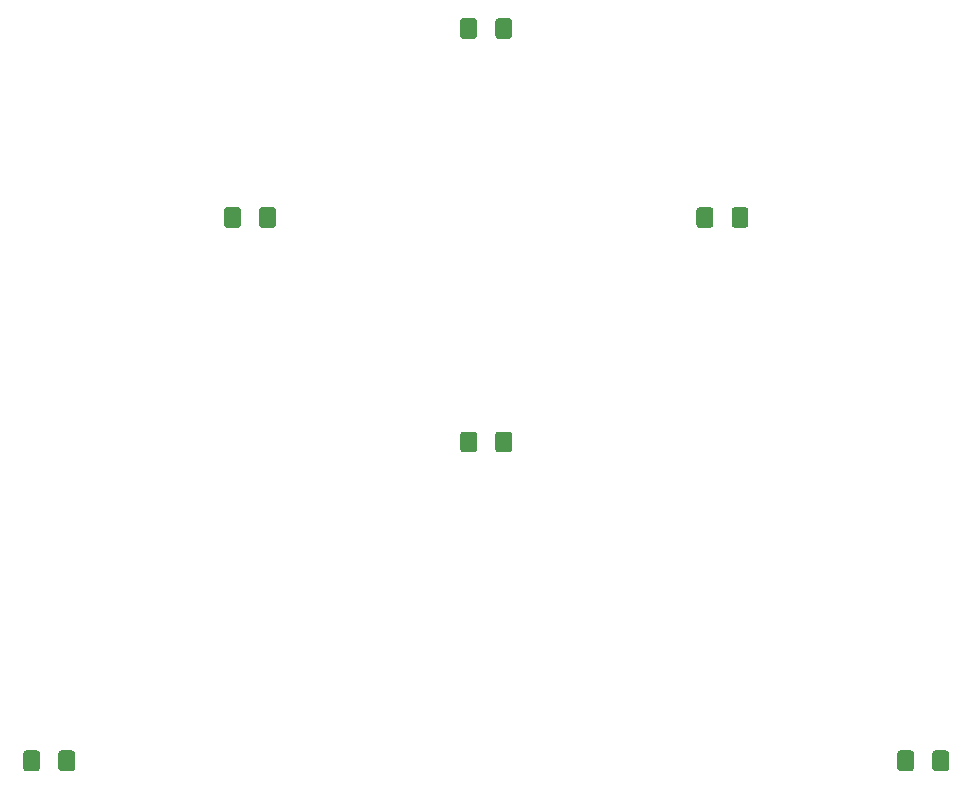
<source format=gbp>
G04 #@! TF.GenerationSoftware,KiCad,Pcbnew,7.0.2.1-36-g582732918d-dirty-deb11*
G04 #@! TF.CreationDate,2024-01-19T22:57:27+00:00*
G04 #@! TF.ProjectId,baumsatz,6261756d-7361-4747-9a2e-6b696361645f,rev?*
G04 #@! TF.SameCoordinates,Original*
G04 #@! TF.FileFunction,Paste,Bot*
G04 #@! TF.FilePolarity,Positive*
%FSLAX46Y46*%
G04 Gerber Fmt 4.6, Leading zero omitted, Abs format (unit mm)*
G04 Created by KiCad (PCBNEW 7.0.2.1-36-g582732918d-dirty-deb11) date 2024-01-19 22:57:27*
%MOMM*%
%LPD*%
G01*
G04 APERTURE LIST*
G04 APERTURE END LIST*
G36*
G01*
X-39200000Y-77624999D02*
X-39200000Y-76375001D01*
G75*
G02*
X-38949999Y-76125000I250001J0D01*
G01*
X-38025001Y-76125000D01*
G75*
G02*
X-37775000Y-76375001I0J-250001D01*
G01*
X-37775000Y-77624999D01*
G75*
G02*
X-38025001Y-77875000I-250001J0D01*
G01*
X-38949999Y-77875000D01*
G75*
G02*
X-39200000Y-77624999I0J250001D01*
G01*
G37*
G36*
G01*
X-36225000Y-77624999D02*
X-36225000Y-76375001D01*
G75*
G02*
X-35974999Y-76125000I250001J0D01*
G01*
X-35050001Y-76125000D01*
G75*
G02*
X-34800000Y-76375001I0J-250001D01*
G01*
X-34800000Y-77624999D01*
G75*
G02*
X-35050001Y-77875000I-250001J0D01*
G01*
X-35974999Y-77875000D01*
G75*
G02*
X-36225000Y-77624999I0J250001D01*
G01*
G37*
G36*
G01*
X-2200000Y-50624999D02*
X-2200000Y-49375001D01*
G75*
G02*
X-1949999Y-49125000I250001J0D01*
G01*
X-1025001Y-49125000D01*
G75*
G02*
X-775000Y-49375001I0J-250001D01*
G01*
X-775000Y-50624999D01*
G75*
G02*
X-1025001Y-50875000I-250001J0D01*
G01*
X-1949999Y-50875000D01*
G75*
G02*
X-2200000Y-50624999I0J250001D01*
G01*
G37*
G36*
G01*
X775000Y-50624999D02*
X775000Y-49375001D01*
G75*
G02*
X1025001Y-49125000I250001J0D01*
G01*
X1949999Y-49125000D01*
G75*
G02*
X2200000Y-49375001I0J-250001D01*
G01*
X2200000Y-50624999D01*
G75*
G02*
X1949999Y-50875000I-250001J0D01*
G01*
X1025001Y-50875000D01*
G75*
G02*
X775000Y-50624999I0J250001D01*
G01*
G37*
G36*
G01*
X34800000Y-77624999D02*
X34800000Y-76375001D01*
G75*
G02*
X35050001Y-76125000I250001J0D01*
G01*
X35974999Y-76125000D01*
G75*
G02*
X36225000Y-76375001I0J-250001D01*
G01*
X36225000Y-77624999D01*
G75*
G02*
X35974999Y-77875000I-250001J0D01*
G01*
X35050001Y-77875000D01*
G75*
G02*
X34800000Y-77624999I0J250001D01*
G01*
G37*
G36*
G01*
X37775000Y-77624999D02*
X37775000Y-76375001D01*
G75*
G02*
X38025001Y-76125000I250001J0D01*
G01*
X38949999Y-76125000D01*
G75*
G02*
X39200000Y-76375001I0J-250001D01*
G01*
X39200000Y-77624999D01*
G75*
G02*
X38949999Y-77875000I-250001J0D01*
G01*
X38025001Y-77875000D01*
G75*
G02*
X37775000Y-77624999I0J250001D01*
G01*
G37*
G36*
G01*
X17800000Y-31624999D02*
X17800000Y-30375001D01*
G75*
G02*
X18050001Y-30125000I250001J0D01*
G01*
X18974999Y-30125000D01*
G75*
G02*
X19225000Y-30375001I0J-250001D01*
G01*
X19225000Y-31624999D01*
G75*
G02*
X18974999Y-31875000I-250001J0D01*
G01*
X18050001Y-31875000D01*
G75*
G02*
X17800000Y-31624999I0J250001D01*
G01*
G37*
G36*
G01*
X20775000Y-31624999D02*
X20775000Y-30375001D01*
G75*
G02*
X21025001Y-30125000I250001J0D01*
G01*
X21949999Y-30125000D01*
G75*
G02*
X22200000Y-30375001I0J-250001D01*
G01*
X22200000Y-31624999D01*
G75*
G02*
X21949999Y-31875000I-250001J0D01*
G01*
X21025001Y-31875000D01*
G75*
G02*
X20775000Y-31624999I0J250001D01*
G01*
G37*
G36*
G01*
X-22200000Y-31624999D02*
X-22200000Y-30375001D01*
G75*
G02*
X-21949999Y-30125000I250001J0D01*
G01*
X-21025001Y-30125000D01*
G75*
G02*
X-20775000Y-30375001I0J-250001D01*
G01*
X-20775000Y-31624999D01*
G75*
G02*
X-21025001Y-31875000I-250001J0D01*
G01*
X-21949999Y-31875000D01*
G75*
G02*
X-22200000Y-31624999I0J250001D01*
G01*
G37*
G36*
G01*
X-19225000Y-31624999D02*
X-19225000Y-30375001D01*
G75*
G02*
X-18974999Y-30125000I250001J0D01*
G01*
X-18050001Y-30125000D01*
G75*
G02*
X-17800000Y-30375001I0J-250001D01*
G01*
X-17800000Y-31624999D01*
G75*
G02*
X-18050001Y-31875000I-250001J0D01*
G01*
X-18974999Y-31875000D01*
G75*
G02*
X-19225000Y-31624999I0J250001D01*
G01*
G37*
G36*
G01*
X-2200000Y-15624999D02*
X-2200000Y-14375001D01*
G75*
G02*
X-1949999Y-14125000I250001J0D01*
G01*
X-1025001Y-14125000D01*
G75*
G02*
X-775000Y-14375001I0J-250001D01*
G01*
X-775000Y-15624999D01*
G75*
G02*
X-1025001Y-15875000I-250001J0D01*
G01*
X-1949999Y-15875000D01*
G75*
G02*
X-2200000Y-15624999I0J250001D01*
G01*
G37*
G36*
G01*
X775000Y-15624999D02*
X775000Y-14375001D01*
G75*
G02*
X1025001Y-14125000I250001J0D01*
G01*
X1949999Y-14125000D01*
G75*
G02*
X2200000Y-14375001I0J-250001D01*
G01*
X2200000Y-15624999D01*
G75*
G02*
X1949999Y-15875000I-250001J0D01*
G01*
X1025001Y-15875000D01*
G75*
G02*
X775000Y-15624999I0J250001D01*
G01*
G37*
M02*

</source>
